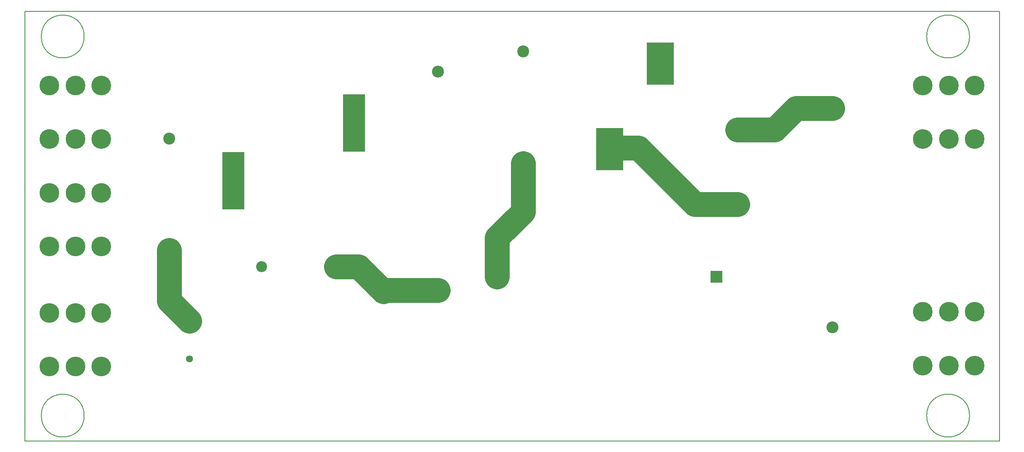
<source format=gbr>
%TF.GenerationSoftware,KiCad,Pcbnew,7.0.7*%
%TF.CreationDate,2023-09-25T16:49:46+02:00*%
%TF.ProjectId,GradientAmplifierFilter_V1,47726164-6965-46e7-9441-6d706c696669,rev?*%
%TF.SameCoordinates,Original*%
%TF.FileFunction,Copper,L1,Top*%
%TF.FilePolarity,Positive*%
%FSLAX46Y46*%
G04 Gerber Fmt 4.6, Leading zero omitted, Abs format (unit mm)*
G04 Created by KiCad (PCBNEW 7.0.7) date 2023-09-25 16:49:46*
%MOMM*%
%LPD*%
G01*
G04 APERTURE LIST*
%TA.AperFunction,ComponentPad*%
%ADD10R,5.500000X8.500000*%
%TD*%
%TA.AperFunction,ComponentPad*%
%ADD11R,4.500000X11.500000*%
%TD*%
%TA.AperFunction,ComponentPad*%
%ADD12C,3.960000*%
%TD*%
%TA.AperFunction,ComponentPad*%
%ADD13C,2.200000*%
%TD*%
%TA.AperFunction,ComponentPad*%
%ADD14R,2.400000X2.400000*%
%TD*%
%TA.AperFunction,ComponentPad*%
%ADD15O,2.400000X2.400000*%
%TD*%
%TA.AperFunction,ComponentPad*%
%ADD16C,2.400000*%
%TD*%
%TA.AperFunction,ComponentPad*%
%ADD17O,1.400000X1.400000*%
%TD*%
%TA.AperFunction,ComponentPad*%
%ADD18C,1.400000*%
%TD*%
%TA.AperFunction,Conductor*%
%ADD19C,5.000000*%
%TD*%
%TA.AperFunction,Profile*%
%ADD20C,0.150000*%
%TD*%
G04 APERTURE END LIST*
D10*
%TO.P,L1,1*%
%TO.N,Net-(C2-Pad1)*%
X102350000Y-51400000D03*
%TO.P,L1,2*%
%TO.N,GradientOut+*%
X112550000Y-34250000D03*
%TD*%
D11*
%TO.P,U2,1,1*%
%TO.N,GradientIn+*%
X26900000Y-57800000D03*
%TO.P,U2,2,2*%
%TO.N,GradientOut+*%
X51100000Y-46200000D03*
%TD*%
D12*
%TO.P,J4,1,1*%
%TO.N,GradientIn-*%
X165220000Y-94890000D03*
%TO.P,J4,2,2*%
X165220000Y-84090000D03*
%TO.P,J4,3,3*%
X170430000Y-94890000D03*
%TO.P,J4,4,4*%
X170430000Y-84090000D03*
%TO.P,J4,5,5*%
X175640000Y-94890000D03*
%TO.P,J4,6,6*%
X175640000Y-84090000D03*
%TD*%
D13*
%TO.P,C1,1*%
%TO.N,GradientIn+*%
X32500000Y-75000000D03*
%TO.P,C1,2*%
%TO.N,Net-(C1-Pad2)*%
X47500000Y-75000000D03*
%TD*%
D12*
%TO.P,J1,1,1*%
%TO.N,GradientIn+*%
X380000Y-38610000D03*
%TO.P,J1,2,2*%
X380000Y-49410000D03*
%TO.P,J1,3,3*%
X-4830000Y-38610000D03*
%TO.P,J1,4,4*%
X-4830000Y-49410000D03*
%TO.P,J1,5,5*%
X-10040000Y-38610000D03*
%TO.P,J1,6,6*%
X-10040000Y-49410000D03*
%TD*%
D14*
%TO.P,R3,1*%
%TO.N,Net-(C2-Pad2)*%
X147050000Y-43200000D03*
D15*
%TO.P,R3,2*%
%TO.N,Earth*%
X147050000Y-87200000D03*
%TD*%
D14*
%TO.P,R1,1*%
%TO.N,Net-(C1-Pad2)*%
X67950000Y-79800000D03*
D15*
%TO.P,R1,2*%
%TO.N,GradientOut+*%
X67950000Y-35800000D03*
%TD*%
D12*
%TO.P,J3,1,1*%
%TO.N,Earth*%
X-10040000Y-71000000D03*
%TO.P,J3,2,2*%
X-10040000Y-60200000D03*
%TO.P,J3,3,3*%
X-4830000Y-71000000D03*
%TO.P,J3,4,4*%
X-4830000Y-60200000D03*
%TO.P,J3,5,5*%
X380000Y-71000000D03*
%TO.P,J3,6,6*%
X380000Y-60200000D03*
%TD*%
D14*
%TO.P,R2,1*%
%TO.N,Earth*%
X123800000Y-77050000D03*
D15*
%TO.P,R2,2*%
%TO.N,Net-(C4-Pad2)*%
X79800000Y-77050000D03*
%TD*%
D16*
%TO.P,C4,1*%
%TO.N,GradientOut+*%
X85000000Y-31750000D03*
%TO.P,C4,2*%
%TO.N,Net-(C4-Pad2)*%
X85000000Y-54250000D03*
%TD*%
%TO.P,C2,1*%
%TO.N,Net-(C2-Pad1)*%
X128000000Y-62500000D03*
%TO.P,C2,2*%
%TO.N,Net-(C2-Pad2)*%
X128000000Y-47500000D03*
%TD*%
D12*
%TO.P,J5,1,1*%
%TO.N,GradientOut+*%
X165220000Y-49410000D03*
%TO.P,J5,2,2*%
X165220000Y-38610000D03*
%TO.P,J5,3,3*%
X170430000Y-49410000D03*
%TO.P,J5,4,4*%
X170430000Y-38610000D03*
%TO.P,J5,5,5*%
X175640000Y-49410000D03*
%TO.P,J5,6,6*%
X175640000Y-38610000D03*
%TD*%
D16*
%TO.P,C3,1*%
%TO.N,GradientIn+*%
X14000000Y-49270000D03*
%TO.P,C3,2*%
%TO.N,Net-(C3-Pad2)*%
X14000000Y-71770000D03*
%TD*%
D17*
%TO.P,R4,2*%
%TO.N,Net-(C3-Pad2)*%
X18030000Y-85920000D03*
D18*
%TO.P,R4,1*%
%TO.N,GradientIn-*%
X18030000Y-93540000D03*
%TD*%
D12*
%TO.P,J2,1,1*%
%TO.N,GradientIn-*%
X380000Y-84330000D03*
%TO.P,J2,2,2*%
X380000Y-95130000D03*
%TO.P,J2,3,3*%
X-4830000Y-84330000D03*
%TO.P,J2,4,4*%
X-4830000Y-95130000D03*
%TO.P,J2,5,5*%
X-10040000Y-84330000D03*
%TO.P,J2,6,6*%
X-10040000Y-95130000D03*
%TD*%
D19*
%TO.N,Net-(C3-Pad2)*%
X14000000Y-81890000D02*
X18030000Y-85920000D01*
X14000000Y-71770000D02*
X14000000Y-81890000D01*
%TO.N,Net-(C1-Pad2)*%
X57200000Y-79800000D02*
X57000000Y-80000000D01*
X67950000Y-79800000D02*
X57200000Y-79800000D01*
X52000000Y-75000000D02*
X57000000Y-80000000D01*
X47500000Y-75000000D02*
X52000000Y-75000000D01*
%TO.N,Net-(C2-Pad1)*%
X119500000Y-62500000D02*
X128000000Y-62500000D01*
X102600000Y-51150000D02*
X108150000Y-51150000D01*
X108150000Y-51150000D02*
X119500000Y-62500000D01*
%TO.N,Net-(C2-Pad2)*%
X135500000Y-47500000D02*
X139800000Y-43200000D01*
X139800000Y-43200000D02*
X147050000Y-43200000D01*
X128000000Y-47500000D02*
X135500000Y-47500000D01*
%TO.N,Net-(C4-Pad2)*%
X85000000Y-64000000D02*
X85000000Y-54250000D01*
X79800000Y-69200000D02*
X85000000Y-64000000D01*
X79800000Y-77050000D02*
X79800000Y-69200000D01*
%TD*%
D20*
X-14990000Y-23690000D02*
X180590000Y-23690000D01*
X180590000Y-110050000D01*
X-14990000Y-110050000D01*
X-14990000Y-23690000D01*
X-3070000Y-28770000D02*
G75*
G03*
X-3070000Y-28770000I-4300000J0D01*
G01*
X174600000Y-104970000D02*
G75*
G03*
X174600000Y-104970000I-4300000J0D01*
G01*
X174600000Y-28770000D02*
G75*
G03*
X174600000Y-28770000I-4300000J0D01*
G01*
X-3070000Y-104970000D02*
G75*
G03*
X-3070000Y-104970000I-4300000J0D01*
G01*
M02*

</source>
